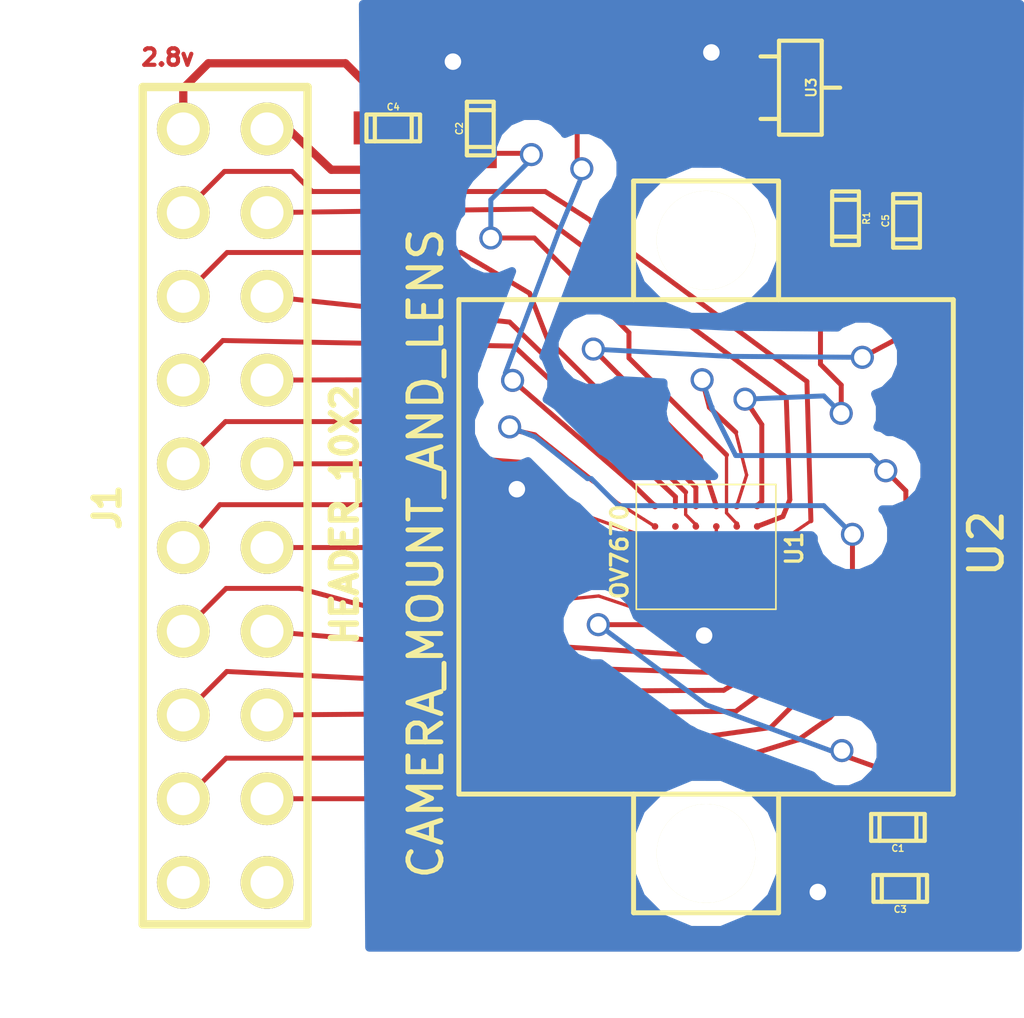
<source format=kicad_pcb>
(kicad_pcb (version 3) (host pcbnew "(2013-08-24 BZR 4298)-stable")

  (general
    (links 34)
    (no_connects 0)
    (area 0 0 0 0)
    (thickness 1.6)
    (drawings 1)
    (tracks 248)
    (zones 0)
    (modules 10)
    (nets 23)
  )

  (page A)
  (layers
    (15 F.Cu signal)
    (0 B.Cu signal)
    (16 B.Adhes user)
    (17 F.Adhes user)
    (18 B.Paste user)
    (19 F.Paste user)
    (20 B.SilkS user)
    (21 F.SilkS user)
    (22 B.Mask user)
    (23 F.Mask user)
    (24 Dwgs.User user)
    (25 Cmts.User user)
    (26 Eco1.User user)
    (27 Eco2.User user)
    (28 Edge.Cuts user)
  )

  (setup
    (last_trace_width 0.1)
    (user_trace_width 0.1)
    (user_trace_width 0.15)
    (user_trace_width 0.2)
    (user_trace_width 0.25)
    (user_trace_width 0.3)
    (user_trace_width 0.4)
    (user_trace_width 0.5)
    (user_trace_width 0.6)
    (user_trace_width 0.7)
    (user_trace_width 0.8)
    (user_trace_width 0.9)
    (user_trace_width 1)
    (trace_clearance 0.05)
    (zone_clearance 0.7)
    (zone_45_only no)
    (trace_min 0.1)
    (segment_width 0.2)
    (edge_width 0.1)
    (via_size 0.7)
    (via_drill 0.5)
    (via_min_size 0.7)
    (via_min_drill 0.5)
    (uvia_size 0.5)
    (uvia_drill 0.127)
    (uvias_allowed no)
    (uvia_min_size 0.5)
    (uvia_min_drill 0.127)
    (pcb_text_width 0.3)
    (pcb_text_size 1.5 1.5)
    (mod_edge_width 0.15)
    (mod_text_size 1 1)
    (mod_text_width 0.15)
    (pad_size 0.2 0.2)
    (pad_drill 0)
    (pad_to_mask_clearance 0)
    (aux_axis_origin 0 0)
    (visible_elements 7FFFFFFF)
    (pcbplotparams
      (layerselection 3178497)
      (usegerberextensions true)
      (excludeedgelayer true)
      (linewidth 0.150000)
      (plotframeref false)
      (viasonmask false)
      (mode 1)
      (useauxorigin false)
      (hpglpennumber 1)
      (hpglpenspeed 20)
      (hpglpendiameter 15)
      (hpglpenoverlay 2)
      (psnegative false)
      (psa4output false)
      (plotreference true)
      (plotvalue true)
      (plotothertext true)
      (plotinvisibletext false)
      (padsonsilk false)
      (subtractmaskfromsilk false)
      (outputformat 1)
      (mirror false)
      (drillshape 0)
      (scaleselection 1)
      (outputdirectory ""))
  )

  (net 0 "")
  (net 1 +1.8v)
  (net 2 +2.8v)
  (net 3 AVDD)
  (net 4 D0)
  (net 5 D1)
  (net 6 D2)
  (net 7 D3)
  (net 8 D4)
  (net 9 D5)
  (net 10 D6)
  (net 11 D7)
  (net 12 GND)
  (net 13 HREF)
  (net 14 N-0000015)
  (net 15 N-000007)
  (net 16 PCLK)
  (net 17 PWDN)
  (net 18 RESET)
  (net 19 SIO_C)
  (net 20 SIO_D)
  (net 21 VSYNC)
  (net 22 XCLK)

  (net_class Default "This is the default net class."
    (clearance 0.05)
    (trace_width 0.5)
    (via_dia 0.7)
    (via_drill 0.5)
    (uvia_dia 0.5)
    (uvia_drill 0.127)
    (add_net "")
    (add_net +1.8v)
    (add_net +2.8v)
    (add_net AVDD)
    (add_net D0)
    (add_net D1)
    (add_net D2)
    (add_net D3)
    (add_net D4)
    (add_net D5)
    (add_net D6)
    (add_net D7)
    (add_net GND)
    (add_net HREF)
    (add_net N-0000015)
    (add_net N-000007)
    (add_net PCLK)
    (add_net PWDN)
    (add_net RESET)
    (add_net SIO_C)
    (add_net SIO_D)
    (add_net VSYNC)
    (add_net XCLK)
  )

  (module TED_SM0603 (layer F.Cu) (tedit 527731CB) (tstamp 529595DA)
    (at 147.82 120.51 180)
    (descr "SMT capacitor, 0603")
    (path /52959381)
    (fp_text reference C1 (at 0 -0.635 180) (layer F.SilkS)
      (effects (font (size 0.20066 0.20066) (thickness 0.04064)))
    )
    (fp_text value .1uF (at 0 0.635 180) (layer F.SilkS) hide
      (effects (font (size 0.20066 0.20066) (thickness 0.04064)))
    )
    (fp_line (start 0.5588 0.4064) (end 0.5588 -0.4064) (layer F.SilkS) (width 0.127))
    (fp_line (start -0.5588 -0.381) (end -0.5588 0.4064) (layer F.SilkS) (width 0.127))
    (fp_line (start -0.8128 -0.4064) (end 0.8128 -0.4064) (layer F.SilkS) (width 0.127))
    (fp_line (start 0.8128 -0.4064) (end 0.8128 0.4064) (layer F.SilkS) (width 0.127))
    (fp_line (start 0.8128 0.4064) (end -0.8128 0.4064) (layer F.SilkS) (width 0.127))
    (fp_line (start -0.8128 0.4064) (end -0.8128 -0.4064) (layer F.SilkS) (width 0.127))
    (pad 2 smd rect (at 0.75184 0 180) (size 0.89916 1.00076)
      (layers F.Cu F.Paste F.Mask)
      (net 12 GND)
      (clearance 0.1)
    )
    (pad 1 smd rect (at -0.75184 0 180) (size 0.89916 1.00076)
      (layers F.Cu F.Paste F.Mask)
      (net 14 N-0000015)
      (clearance 0.1)
    )
    (model smd/capacitors/c_0603.wrl
      (at (xyz 0 0 0))
      (scale (xyz 1 1 1))
      (rotate (xyz 0 0 0))
    )
  )

  (module TED_SM0603 (layer F.Cu) (tedit 527731CB) (tstamp 529595E6)
    (at 135.15 99.31 90)
    (descr "SMT capacitor, 0603")
    (path /5295936A)
    (fp_text reference C2 (at 0 -0.635 90) (layer F.SilkS)
      (effects (font (size 0.20066 0.20066) (thickness 0.04064)))
    )
    (fp_text value .1uF (at 0 0.635 90) (layer F.SilkS) hide
      (effects (font (size 0.20066 0.20066) (thickness 0.04064)))
    )
    (fp_line (start 0.5588 0.4064) (end 0.5588 -0.4064) (layer F.SilkS) (width 0.127))
    (fp_line (start -0.5588 -0.381) (end -0.5588 0.4064) (layer F.SilkS) (width 0.127))
    (fp_line (start -0.8128 -0.4064) (end 0.8128 -0.4064) (layer F.SilkS) (width 0.127))
    (fp_line (start 0.8128 -0.4064) (end 0.8128 0.4064) (layer F.SilkS) (width 0.127))
    (fp_line (start 0.8128 0.4064) (end -0.8128 0.4064) (layer F.SilkS) (width 0.127))
    (fp_line (start -0.8128 0.4064) (end -0.8128 -0.4064) (layer F.SilkS) (width 0.127))
    (pad 2 smd rect (at 0.75184 0 90) (size 0.89916 1.00076)
      (layers F.Cu F.Paste F.Mask)
      (net 12 GND)
      (clearance 0.1)
    )
    (pad 1 smd rect (at -0.75184 0 90) (size 0.89916 1.00076)
      (layers F.Cu F.Paste F.Mask)
      (net 15 N-000007)
      (clearance 0.1)
    )
    (model smd/capacitors/c_0603.wrl
      (at (xyz 0 0 0))
      (scale (xyz 1 1 1))
      (rotate (xyz 0 0 0))
    )
  )

  (module TED_SM0603 (layer F.Cu) (tedit 527731CB) (tstamp 529595F2)
    (at 147.89 122.36 180)
    (descr "SMT capacitor, 0603")
    (path /529595DF)
    (fp_text reference C3 (at 0 -0.635 180) (layer F.SilkS)
      (effects (font (size 0.20066 0.20066) (thickness 0.04064)))
    )
    (fp_text value 4.7uF (at 0 0.635 180) (layer F.SilkS) hide
      (effects (font (size 0.20066 0.20066) (thickness 0.04064)))
    )
    (fp_line (start 0.5588 0.4064) (end 0.5588 -0.4064) (layer F.SilkS) (width 0.127))
    (fp_line (start -0.5588 -0.381) (end -0.5588 0.4064) (layer F.SilkS) (width 0.127))
    (fp_line (start -0.8128 -0.4064) (end 0.8128 -0.4064) (layer F.SilkS) (width 0.127))
    (fp_line (start 0.8128 -0.4064) (end 0.8128 0.4064) (layer F.SilkS) (width 0.127))
    (fp_line (start 0.8128 0.4064) (end -0.8128 0.4064) (layer F.SilkS) (width 0.127))
    (fp_line (start -0.8128 0.4064) (end -0.8128 -0.4064) (layer F.SilkS) (width 0.127))
    (pad 2 smd rect (at 0.75184 0 180) (size 0.89916 1.00076)
      (layers F.Cu F.Paste F.Mask)
      (net 12 GND)
      (clearance 0.1)
    )
    (pad 1 smd rect (at -0.75184 0 180) (size 0.89916 1.00076)
      (layers F.Cu F.Paste F.Mask)
      (net 1 +1.8v)
      (clearance 0.1)
    )
    (model smd/capacitors/c_0603.wrl
      (at (xyz 0 0 0))
      (scale (xyz 1 1 1))
      (rotate (xyz 0 0 0))
    )
  )

  (module TED_SM0603 (layer F.Cu) (tedit 527731CB) (tstamp 529595FE)
    (at 132.51 99.29)
    (descr "SMT capacitor, 0603")
    (path /529595B4)
    (fp_text reference C4 (at 0 -0.635) (layer F.SilkS)
      (effects (font (size 0.20066 0.20066) (thickness 0.04064)))
    )
    (fp_text value 4.7uF (at 0 0.635) (layer F.SilkS) hide
      (effects (font (size 0.20066 0.20066) (thickness 0.04064)))
    )
    (fp_line (start 0.5588 0.4064) (end 0.5588 -0.4064) (layer F.SilkS) (width 0.127))
    (fp_line (start -0.5588 -0.381) (end -0.5588 0.4064) (layer F.SilkS) (width 0.127))
    (fp_line (start -0.8128 -0.4064) (end 0.8128 -0.4064) (layer F.SilkS) (width 0.127))
    (fp_line (start 0.8128 -0.4064) (end 0.8128 0.4064) (layer F.SilkS) (width 0.127))
    (fp_line (start 0.8128 0.4064) (end -0.8128 0.4064) (layer F.SilkS) (width 0.127))
    (fp_line (start -0.8128 0.4064) (end -0.8128 -0.4064) (layer F.SilkS) (width 0.127))
    (pad 2 smd rect (at 0.75184 0) (size 0.89916 1.00076)
      (layers F.Cu F.Paste F.Mask)
      (net 12 GND)
      (clearance 0.1)
    )
    (pad 1 smd rect (at -0.75184 0) (size 0.89916 1.00076)
      (layers F.Cu F.Paste F.Mask)
      (net 2 +2.8v)
      (clearance 0.1)
    )
    (model smd/capacitors/c_0603.wrl
      (at (xyz 0 0 0))
      (scale (xyz 1 1 1))
      (rotate (xyz 0 0 0))
    )
  )

  (module TED_SM0603 (layer F.Cu) (tedit 527731CB) (tstamp 5295960A)
    (at 148.08 102.11 90)
    (descr "SMT capacitor, 0603")
    (path /529595D2)
    (fp_text reference C5 (at 0 -0.635 90) (layer F.SilkS)
      (effects (font (size 0.20066 0.20066) (thickness 0.04064)))
    )
    (fp_text value 4.7uF (at 0 0.635 90) (layer F.SilkS) hide
      (effects (font (size 0.20066 0.20066) (thickness 0.04064)))
    )
    (fp_line (start 0.5588 0.4064) (end 0.5588 -0.4064) (layer F.SilkS) (width 0.127))
    (fp_line (start -0.5588 -0.381) (end -0.5588 0.4064) (layer F.SilkS) (width 0.127))
    (fp_line (start -0.8128 -0.4064) (end 0.8128 -0.4064) (layer F.SilkS) (width 0.127))
    (fp_line (start 0.8128 -0.4064) (end 0.8128 0.4064) (layer F.SilkS) (width 0.127))
    (fp_line (start 0.8128 0.4064) (end -0.8128 0.4064) (layer F.SilkS) (width 0.127))
    (fp_line (start -0.8128 0.4064) (end -0.8128 -0.4064) (layer F.SilkS) (width 0.127))
    (pad 2 smd rect (at 0.75184 0 90) (size 0.89916 1.00076)
      (layers F.Cu F.Paste F.Mask)
      (net 12 GND)
      (clearance 0.1)
    )
    (pad 1 smd rect (at -0.75184 0 90) (size 0.89916 1.00076)
      (layers F.Cu F.Paste F.Mask)
      (net 3 AVDD)
      (clearance 0.1)
    )
    (model smd/capacitors/c_0603.wrl
      (at (xyz 0 0 0))
      (scale (xyz 1 1 1))
      (rotate (xyz 0 0 0))
    )
  )

  (module TED_HEADER_10x2_BOTTOM_SIDE (layer F.Cu) (tedit 528EF672) (tstamp 52959626)
    (at 127.41 110.75 270)
    (path /52956095)
    (fp_text reference J1 (at 0.05 3.575 270) (layer F.SilkS)
      (effects (font (size 0.762 0.762) (thickness 0.1905)))
    )
    (fp_text value HEADER_10X2 (at 0.275 -3.625 270) (layer F.SilkS)
      (effects (font (size 0.762 0.762) (thickness 0.1905)))
    )
    (fp_line (start 12.7 -2.5) (end 12.7 2.5) (layer F.SilkS) (width 0.254))
    (fp_line (start 12.7 -2.5) (end -12.7 -2.5) (layer F.SilkS) (width 0.254))
    (fp_line (start 12.7 2.5) (end -12.7 2.5) (layer F.SilkS) (width 0.254))
    (fp_line (start -12.7 2.5) (end -12.7 -2.5) (layer F.SilkS) (width 0.254))
    (pad 11 thru_hole circle (at 11.43 -1.27 270) (size 1.6 1.6) (drill 1)
      (layers *.Mask F.Cu F.SilkS)
    )
    (pad 10 thru_hole circle (at 11.43 1.27 270) (size 1.6 1.6) (drill 1)
      (layers *.Mask F.Cu F.SilkS)
    )
    (pad 14 thru_hole circle (at 3.81 -1.27 270) (size 1.6 1.6) (drill 1)
      (layers *.Mask F.Cu F.SilkS)
      (net 6 D2)
    )
    (pad 8 thru_hole circle (at 6.35 1.27 270) (size 1.6 1.6) (drill 1)
      (layers *.Mask F.Cu F.SilkS)
      (net 5 D1)
    )
    (pad 9 thru_hole circle (at 8.89 1.27 270) (size 1.6 1.6) (drill 1)
      (layers *.Mask F.Cu F.SilkS)
      (net 18 RESET)
    )
    (pad 12 thru_hole circle (at 8.89 -1.27 270) (size 1.6 1.6) (drill 1)
      (layers *.Mask F.Cu F.SilkS)
      (net 17 PWDN)
    )
    (pad 13 thru_hole circle (at 6.35 -1.27 270) (size 1.6 1.6) (drill 1)
      (layers *.Mask F.Cu F.SilkS)
      (net 4 D0)
    )
    (pad 15 thru_hole circle (at 1.27 -1.27 270) (size 1.6 1.6) (drill 1)
      (layers *.Mask F.Cu F.SilkS)
      (net 8 D4)
    )
    (pad 7 thru_hole circle (at 3.81 1.27 270) (size 1.6 1.6) (drill 1)
      (layers *.Mask F.Cu F.SilkS)
      (net 7 D3)
    )
    (pad 6 thru_hole circle (at 1.27 1.27 270) (size 1.6 1.6) (drill 1)
      (layers *.Mask F.Cu F.SilkS)
      (net 9 D5)
    )
    (pad 5 thru_hole circle (at -1.27 1.27 270) (size 1.6 1.6) (drill 1)
      (layers *.Mask F.Cu F.SilkS)
      (net 11 D7)
    )
    (pad 1 thru_hole circle (at -11.43 1.27 270) (size 1.6 1.6) (drill 1)
      (layers *.Mask F.Cu F.SilkS)
      (net 2 +2.8v)
    )
    (pad 2 thru_hole circle (at -8.89 1.27 270) (size 1.6 1.6) (drill 1)
      (layers *.Mask F.Cu F.SilkS)
      (net 19 SIO_C)
    )
    (pad 3 thru_hole circle (at -6.35 1.27 270) (size 1.6 1.6) (drill 1)
      (layers *.Mask F.Cu F.SilkS)
      (net 21 VSYNC)
    )
    (pad 4 thru_hole circle (at -3.81 1.27 270) (size 1.6 1.6) (drill 1)
      (layers *.Mask F.Cu F.SilkS)
      (net 16 PCLK)
    )
    (pad 16 thru_hole circle (at -1.27 -1.27 270) (size 1.6 1.6) (drill 1)
      (layers *.Mask F.Cu F.SilkS)
      (net 10 D6)
    )
    (pad 17 thru_hole circle (at -3.81 -1.27 270) (size 1.6 1.6) (drill 1)
      (layers *.Mask F.Cu F.SilkS)
      (net 22 XCLK)
    )
    (pad 18 thru_hole circle (at -6.35 -1.27 270) (size 1.6 1.6) (drill 1)
      (layers *.Mask F.Cu F.SilkS)
      (net 13 HREF)
    )
    (pad 19 thru_hole circle (at -8.89 -1.27 270) (size 1.6 1.6) (drill 1)
      (layers *.Mask F.Cu F.SilkS)
      (net 20 SIO_D)
    )
    (pad 20 thru_hole circle (at -11.43 -1.27 270) (size 1.6 1.6) (drill 1)
      (layers *.Mask F.Cu F.SilkS)
      (net 12 GND)
    )
  )

  (module TED_SM0603 (layer F.Cu) (tedit 527731CB) (tstamp 52959632)
    (at 146.23 102.03 270)
    (descr "SMT capacitor, 0603")
    (path /529595EE)
    (fp_text reference R1 (at 0 -0.635 270) (layer F.SilkS)
      (effects (font (size 0.20066 0.20066) (thickness 0.04064)))
    )
    (fp_text value 10 (at 0 0.635 270) (layer F.SilkS) hide
      (effects (font (size 0.20066 0.20066) (thickness 0.04064)))
    )
    (fp_line (start 0.5588 0.4064) (end 0.5588 -0.4064) (layer F.SilkS) (width 0.127))
    (fp_line (start -0.5588 -0.381) (end -0.5588 0.4064) (layer F.SilkS) (width 0.127))
    (fp_line (start -0.8128 -0.4064) (end 0.8128 -0.4064) (layer F.SilkS) (width 0.127))
    (fp_line (start 0.8128 -0.4064) (end 0.8128 0.4064) (layer F.SilkS) (width 0.127))
    (fp_line (start 0.8128 0.4064) (end -0.8128 0.4064) (layer F.SilkS) (width 0.127))
    (fp_line (start -0.8128 0.4064) (end -0.8128 -0.4064) (layer F.SilkS) (width 0.127))
    (pad 2 smd rect (at 0.75184 0 270) (size 0.89916 1.00076)
      (layers F.Cu F.Paste F.Mask)
      (net 3 AVDD)
      (clearance 0.1)
    )
    (pad 1 smd rect (at -0.75184 0 270) (size 0.89916 1.00076)
      (layers F.Cu F.Paste F.Mask)
      (net 2 +2.8v)
      (clearance 0.1)
    )
    (model smd/capacitors/c_0603.wrl
      (at (xyz 0 0 0))
      (scale (xyz 1 1 1))
      (rotate (xyz 0 0 0))
    )
  )

  (module TED_CAMERA_M12x0.5_mount (layer F.Cu) (tedit 52959A2D) (tstamp 52959ABA)
    (at 142 112 270)
    (path /52959B02)
    (fp_text reference U2 (at -0.1 -8.5 270) (layer F.SilkS)
      (effects (font (size 1 1) (thickness 0.15)))
    )
    (fp_text value CAMERA_MOUNT_AND_LENS (at 0.2 8.5 270) (layer F.SilkS)
      (effects (font (size 1 1) (thickness 0.15)))
    )
    (fp_line (start -7.5 -2.2) (end -11.1 -2.2) (layer F.SilkS) (width 0.15))
    (fp_line (start -11.1 -2.2) (end -11.1 2.2) (layer F.SilkS) (width 0.15))
    (fp_line (start -11.1 2.2) (end -7.5 2.2) (layer F.SilkS) (width 0.15))
    (fp_line (start 7.5 -2.2) (end 11.1 -2.2) (layer F.SilkS) (width 0.15))
    (fp_line (start 11.1 -2.2) (end 11.1 2.2) (layer F.SilkS) (width 0.15))
    (fp_line (start 11.1 2.2) (end 7.5 2.2) (layer F.SilkS) (width 0.15))
    (fp_line (start -7.5 -7.5) (end -7.5 7.5) (layer F.SilkS) (width 0.15))
    (fp_line (start -7.5 7.5) (end 7.5 7.5) (layer F.SilkS) (width 0.15))
    (fp_line (start 7.5 7.5) (end 7.5 -7.5) (layer F.SilkS) (width 0.15))
    (fp_line (start 7.5 -7.5) (end -7.5 -7.5) (layer F.SilkS) (width 0.15))
    (pad "" np_thru_hole circle (at 9.3 0 270) (size 3 3) (drill 3)
      (layers *.Cu *.Mask F.SilkS)
    )
    (pad "" np_thru_hole circle (at -9.3 0 270) (size 3 3) (drill 3)
      (layers *.Cu *.Mask F.SilkS)
    )
  )

  (module TED_SC59 (layer F.Cu) (tedit 52981019) (tstamp 52983C4E)
    (at 144.86 98.07 270)
    (descr SC70)
    (path /52980CF3)
    (attr smd)
    (fp_text reference U3 (at 0 -0.3302 270) (layer F.SilkS)
      (effects (font (size 0.29972 0.29972) (thickness 0.06096)))
    )
    (fp_text value REGULATOR_1.8V (at 0 0.3302 270) (layer F.SilkS) hide
      (effects (font (size 0.29972 0.29972) (thickness 0.06096)))
    )
    (fp_line (start 0 -0.6477) (end 0 -1.2065) (layer F.SilkS) (width 0.127))
    (fp_line (start 0.9477 0.6477) (end 0.9477 1.2065) (layer F.SilkS) (width 0.127))
    (fp_line (start -0.9477 0.6477) (end -0.9477 1.2065) (layer F.SilkS) (width 0.127))
    (fp_line (start -1.425 -0.6477) (end 1.425 -0.6477) (layer F.SilkS) (width 0.127))
    (fp_line (start 1.425 -0.6477) (end 1.425 0.6477) (layer F.SilkS) (width 0.127))
    (fp_line (start 1.425 0.6477) (end -1.425 0.6477) (layer F.SilkS) (width 0.127))
    (fp_line (start -1.425 0.6477) (end -1.425 -0.6477) (layer F.SilkS) (width 0.127))
    (pad 1 smd rect (at -0.95 1.016 270) (size 0.4 0.6125)
      (layers F.Cu F.Paste F.Mask)
      (net 12 GND)
    )
    (pad 3 smd rect (at 0.95 1.016 270) (size 0.4 0.6125)
      (layers F.Cu F.Paste F.Mask)
      (net 2 +2.8v)
    )
    (pad 2 smd rect (at 0 -1.016 270) (size 0.4 0.6125)
      (layers F.Cu F.Paste F.Mask)
      (net 1 +1.8v)
    )
    (model smd/smd_transistors/sc70.wrl
      (at (xyz 0 0 0))
      (scale (xyz 1 1 1))
      (rotate (xyz 0 0 0))
    )
  )

  (module TED_CSP2-24 (layer F.Cu) (tedit 52AD3326) (tstamp 5295965E)
    (at 142 112 270)
    (path /52958E0C)
    (fp_text reference U1 (at 0.05 -2.675 270) (layer F.SilkS)
      (effects (font (size 0.50038 0.50038) (thickness 0.09906)))
    )
    (fp_text value OV7670 (at 0.15 2.625 270) (layer F.SilkS)
      (effects (font (size 0.50038 0.50038) (thickness 0.09906)))
    )
    (fp_line (start -1.8925 -2.1175) (end 1.8925 -2.1175) (layer F.SilkS) (width 0.0508))
    (fp_line (start 1.8925 -2.1175) (end 1.8925 2.1175) (layer F.SilkS) (width 0.0508))
    (fp_line (start 1.8925 2.1175) (end -1.8925 2.1175) (layer F.SilkS) (width 0.0508))
    (fp_line (start -1.8925 2.1175) (end -1.8925 -2.1175) (layer F.SilkS) (width 0.0508))
    (pad E4 smd circle (at 0.62 0.93 270) (size 0.2 0.2)
      (layers F.Cu F.Paste F.Mask)
      (net 11 D7)
      (clearance 0.05)
    )
    (pad E5 smd circle (at 1.24 0.93 270) (size 0.2 0.2)
      (layers F.Cu F.Paste F.Mask)
      (net 9 D5)
      (clearance 0.05)
    )
    (pad F5 smd circle (at 1.24 1.55 270) (size 0.2 0.2)
      (layers F.Cu F.Paste F.Mask)
      (net 8 D4)
      (clearance 0.05)
    )
    (pad F4 smd circle (at 0.62 1.55 270) (size 0.2 0.2)
      (layers F.Cu F.Paste F.Mask)
      (net 10 D6)
      (clearance 0.05)
    )
    (pad E2 smd circle (at -0.62 0.93 270) (size 0.2 0.2)
      (layers F.Cu F.Paste F.Mask)
      (clearance 0.05)
    )
    (pad E1 smd circle (at -1.24 0.93 270) (size 0.2 0.2)
      (layers F.Cu F.Paste F.Mask)
      (net 16 PCLK)
      (clearance 0.05)
    )
    (pad F1 smd circle (at -1.24 1.55 270) (size 0.2 0.2)
      (layers F.Cu F.Paste F.Mask)
      (net 2 +2.8v)
      (clearance 0.05)
    )
    (pad F2 smd circle (at -0.62 1.55 270) (size 0.2 0.2)
      (layers F.Cu F.Paste F.Mask)
      (net 18 RESET)
      (clearance 0.05)
    )
    (pad B4 smd circle (at 0.62 -0.93 270) (size 0.2 0.2)
      (layers F.Cu F.Paste F.Mask)
      (net 4 D0)
      (clearance 0.05)
    )
    (pad B5 smd circle (at 1.24 -0.93 270) (size 0.2 0.2)
      (layers F.Cu F.Paste F.Mask)
      (net 6 D2)
      (clearance 0.05)
    )
    (pad B2 smd circle (at -0.62 -0.93 270) (size 0.2 0.2)
      (layers F.Cu F.Paste F.Mask)
      (net 15 N-000007)
      (clearance 0.05)
    )
    (pad B1 smd circle (at -1.24 -0.93 270) (size 0.2 0.2)
      (layers F.Cu F.Paste F.Mask)
      (net 17 PWDN)
      (clearance 0.05)
    )
    (pad A5 smd circle (at 1.24 -1.55 270) (size 0.2 0.2)
      (layers F.Cu F.Paste F.Mask)
      (net 7 D3)
      (clearance 0.05)
    )
    (pad A4 smd circle (at 0.62 -1.55 270) (size 0.2 0.2)
      (layers F.Cu F.Paste F.Mask)
      (net 5 D1)
      (clearance 0.05)
    )
    (pad A1 smd circle (at -1.24 -1.55 270) (size 0.2 0.2)
      (layers F.Cu F.Paste F.Mask)
      (net 3 AVDD)
      (clearance 0.05)
    )
    (pad A2 smd circle (at -0.62 -1.55 270) (size 0.2 0.2)
      (layers F.Cu F.Paste F.Mask)
      (net 20 SIO_D)
      (clearance 0.05)
    )
    (pad A3 smd circle (at 0 -1.55 270) (size 0.2 0.2)
      (layers F.Cu F.Paste F.Mask)
      (net 19 SIO_C)
      (clearance 0.05)
    )
    (pad B3 smd circle (at 0 -0.93 270) (size 0.2 0.2)
      (layers F.Cu F.Paste F.Mask)
      (net 12 GND)
      (clearance 0.05)
    )
    (pad E3 smd circle (at 0 0.93 270) (size 0.2 0.2)
      (layers F.Cu F.Paste F.Mask)
      (net 22 XCLK)
      (clearance 0.05)
    )
    (pad F3 smd circle (at 0 1.55 270) (size 0.2 0.2)
      (layers F.Cu F.Paste F.Mask)
      (net 12 GND)
      (clearance 0.05)
    )
    (pad C1 smd circle (at -1.24 -0.31 270) (size 0.2 0.2)
      (layers F.Cu F.Paste F.Mask)
      (net 1 +1.8v)
      (clearance 0.05)
    )
    (pad D1 smd circle (at -1.24 0.31 270) (size 0.2 0.2)
      (layers F.Cu F.Paste F.Mask)
      (net 21 VSYNC)
      (clearance 0.05)
    )
    (pad C2 smd circle (at -0.62 -0.31 270) (size 0.2 0.2)
      (layers F.Cu F.Paste F.Mask)
      (net 14 N-0000015)
      (clearance 0.05)
    )
    (pad D2 smd circle (at -0.62 0.31 270) (size 0.2 0.2)
      (layers F.Cu F.Paste F.Mask)
      (net 13 HREF)
      (clearance 0.05)
    )
  )

  (gr_text 2.8v (at 125.67 97.15) (layer F.Cu)
    (effects (font (size 0.5 0.5) (thickness 0.125)))
  )

  (segment (start 148.64184 122.36) (end 148.63 122.34) (width 0.15) (layer F.Cu) (net 1) (status 10))
  (segment (start 149.5 121.47) (end 149.5 104.78) (width 0.15) (layer F.Cu) (net 1) (tstamp 52AD42F3))
  (segment (start 148.63 122.34) (end 149.5 121.47) (width 0.15) (layer F.Cu) (net 1) (tstamp 52AD42F1))
  (segment (start 145.876 98.07) (end 147.34 98.07) (width 0.15) (layer F.Cu) (net 1))
  (segment (start 141.82 109.26) (end 142.31 110.76) (width 0.15) (layer F.Cu) (net 1) (tstamp 52AD429B))
  (segment (start 138.58 106) (end 141.82 109.26) (width 0.15) (layer F.Cu) (net 1) (tstamp 52AD429A))
  (via (at 138.58 106) (size 0.7) (layers F.Cu B.Cu) (net 1))
  (segment (start 142.67 106.22) (end 138.58 106) (width 0.15) (layer B.Cu) (net 1) (tstamp 52AD4297))
  (segment (start 146.74 106.25) (end 142.67 106.22) (width 0.15) (layer B.Cu) (net 1) (tstamp 52AD4296))
  (via (at 146.74 106.25) (size 0.7) (layers F.Cu B.Cu) (net 1))
  (segment (start 149.5 104.78) (end 146.74 106.25) (width 0.15) (layer F.Cu) (net 1) (tstamp 52AD4293))
  (segment (start 149.65 100.38) (end 149.5 104.78) (width 0.15) (layer F.Cu) (net 1) (tstamp 52AD4291))
  (segment (start 147.34 98.07) (end 149.65 100.38) (width 0.15) (layer F.Cu) (net 1) (tstamp 52AD428F))
  (segment (start 140.45 110.76) (end 139.74 110.07) (width 0.15) (layer F.Cu) (net 2) (status 400000))
  (segment (start 138.089214 100.389214) (end 138.089214 96.928316) (width 0.15) (layer F.Cu) (net 2) (tstamp 52AD43B9))
  (segment (start 138.23 100.53) (end 138.089214 100.389214) (width 0.15) (layer F.Cu) (net 2) (tstamp 52AD43B8))
  (via (at 138.23 100.53) (size 0.7) (layers F.Cu B.Cu) (net 2))
  (segment (start 138.23 100.76) (end 138.23 100.53) (width 0.15) (layer B.Cu) (net 2) (tstamp 52AD43B6))
  (segment (start 137.52 102.46) (end 138.23 100.76) (width 0.15) (layer B.Cu) (net 2) (tstamp 52AD43B4))
  (segment (start 135.91 106.73) (end 137.52 102.46) (width 0.15) (layer B.Cu) (net 2) (tstamp 52AD43B3))
  (segment (start 136.13 106.95) (end 135.91 106.73) (width 0.15) (layer B.Cu) (net 2) (tstamp 52AD43B2))
  (via (at 136.13 106.95) (size 0.7) (layers F.Cu B.Cu) (net 2))
  (segment (start 139.74 110.07) (end 136.13 106.95) (width 0.15) (layer F.Cu) (net 2) (tstamp 52AD43B0))
  (segment (start 143.844 99.02) (end 143.97184 99.02) (width 0.15) (layer F.Cu) (net 2))
  (segment (start 143.97184 99.02) (end 146.23 101.27816) (width 0.15) (layer F.Cu) (net 2) (tstamp 52AD4282))
  (segment (start 131.75816 99.29) (end 131.75816 97.34184) (width 0.25) (layer F.Cu) (net 2))
  (segment (start 140.03 97.99) (end 143.844 99.02) (width 0.25) (layer F.Cu) (net 2) (tstamp 52AD3CAE) (status 20))
  (segment (start 135.95 96.43) (end 137.16 96.42) (width 0.25) (layer F.Cu) (net 2) (tstamp 52AD3CAC))
  (segment (start 137.16 96.42) (end 138.089214 96.928316) (width 0.25) (layer F.Cu) (net 2) (tstamp 52AD40E5))
  (segment (start 138.089214 96.928316) (end 140.03 97.99) (width 0.25) (layer F.Cu) (net 2) (tstamp 52AD43BB))
  (segment (start 132.7 96.37) (end 135.95 96.43) (width 0.25) (layer F.Cu) (net 2) (tstamp 52AD3CAA))
  (segment (start 131.75816 97.34184) (end 132.7 96.37) (width 0.25) (layer F.Cu) (net 2) (tstamp 52AD3CA9))
  (segment (start 126.14 99.32) (end 126.14 98.09) (width 0.25) (layer F.Cu) (net 2))
  (segment (start 131.75816 98.02816) (end 131.75816 99.29) (width 0.25) (layer F.Cu) (net 2) (tstamp 52AD3C9B))
  (segment (start 131.06 97.33) (end 131.75816 98.02816) (width 0.25) (layer F.Cu) (net 2) (tstamp 52AD3C9A))
  (segment (start 126.9 97.33) (end 131.06 97.33) (width 0.25) (layer F.Cu) (net 2) (tstamp 52AD3C99))
  (segment (start 126.14 98.09) (end 126.9 97.33) (width 0.25) (layer F.Cu) (net 2) (tstamp 52AD3C98))
  (segment (start 146.23 102.78184) (end 146.23 104.04) (width 0.15) (layer F.Cu) (net 3))
  (segment (start 143.69 110.62) (end 143.55 110.76) (width 0.15) (layer F.Cu) (net 3) (tstamp 52AD42EC))
  (segment (start 143.69 108.29) (end 143.69 110.62) (width 0.15) (layer F.Cu) (net 3) (tstamp 52AD42EB))
  (segment (start 143.18 107.52) (end 143.69 108.29) (width 0.15) (layer F.Cu) (net 3) (tstamp 52AD42EA))
  (via (at 143.18 107.52) (size 0.7) (layers F.Cu B.Cu) (net 3))
  (segment (start 145.57 107.42) (end 143.18 107.52) (width 0.15) (layer B.Cu) (net 3) (tstamp 52AD42E8))
  (segment (start 146.1 107.95) (end 145.57 107.42) (width 0.15) (layer B.Cu) (net 3) (tstamp 52AD42E7))
  (via (at 146.1 107.95) (size 0.7) (layers F.Cu B.Cu) (net 3))
  (segment (start 146.1 107.09) (end 146.1 107.95) (width 0.15) (layer F.Cu) (net 3) (tstamp 52AD42E4))
  (segment (start 145.47 106.46) (end 146.1 107.09) (width 0.15) (layer F.Cu) (net 3) (tstamp 52AD42E2))
  (segment (start 145.47 104.8) (end 145.47 106.46) (width 0.15) (layer F.Cu) (net 3) (tstamp 52AD42E0))
  (segment (start 146.23 104.04) (end 145.47 104.8) (width 0.15) (layer F.Cu) (net 3) (tstamp 52AD42DE))
  (segment (start 146.23 102.78184) (end 148 102.78184) (width 0.15) (layer F.Cu) (net 3))
  (segment (start 148 102.78184) (end 148.08 102.86184) (width 0.15) (layer F.Cu) (net 3) (tstamp 52AD4284))
  (segment (start 145.01065 115.433753) (end 145.165633 114.340799) (width 0.15) (layer F.Cu) (net 4))
  (segment (start 142.899537 116.990083) (end 145.01065 115.433753) (width 0.15) (layer F.Cu) (net 4) (tstamp 52AD4173))
  (segment (start 128.68 117.1) (end 142.899537 116.990083) (width 0.15) (layer F.Cu) (net 4))
  (segment (start 143.25 112.3) (end 142.93 112.62) (width 0.1) (layer F.Cu) (net 4) (tstamp 52AD419A))
  (segment (start 144.51 112.3) (end 143.25 112.3) (width 0.1) (layer F.Cu) (net 4) (tstamp 52AD4199))
  (segment (start 144.95 112.74) (end 144.51 112.3) (width 0.1) (layer F.Cu) (net 4) (tstamp 52AD4198))
  (segment (start 145.28 113.46) (end 144.95 112.74) (width 0.15) (layer F.Cu) (net 4) (tstamp 52AD4196))
  (segment (start 145.165633 114.340799) (end 145.28 113.46) (width 0.15) (layer F.Cu) (net 4) (tstamp 52AD4195))
  (segment (start 144.47612 115.157666) (end 144.49612 115.157666) (width 0.15) (layer F.Cu) (net 5))
  (segment (start 144.47612 115.157666) (end 142.533683 116.35088) (width 0.15) (layer F.Cu) (net 5) (tstamp 52AD417F))
  (segment (start 142.533683 116.35088) (end 139.160056 116.369888) (width 0.15) (layer F.Cu) (net 5) (tstamp 52AD4351))
  (segment (start 139.160056 116.369888) (end 127.46 115.78) (width 0.15) (layer F.Cu) (net 5) (tstamp 52AD4180))
  (segment (start 126.14 117.1) (end 127.46 115.78) (width 0.15) (layer F.Cu) (net 5) (tstamp 52AD4182))
  (segment (start 143.97 112.84) (end 143.55 112.62) (width 0.1) (layer F.Cu) (net 5) (tstamp 52AD4193) (status 800000))
  (segment (start 144.32 113.15) (end 143.97 112.84) (width 0.1) (layer F.Cu) (net 5) (tstamp 52AD4192))
  (segment (start 144.67 114) (end 144.32 113.15) (width 0.15) (layer F.Cu) (net 5) (tstamp 52AD4191))
  (segment (start 144.49612 115.157666) (end 144.67 114) (width 0.15) (layer F.Cu) (net 5) (tstamp 52AD4190))
  (segment (start 142.93 113.24) (end 143.99 114.39) (width 0.1) (layer F.Cu) (net 6))
  (segment (start 133.310929 114.959218) (end 128.68 114.56) (width 0.15) (layer F.Cu) (net 6) (tstamp 52AD41A1))
  (segment (start 136.169065 115.617481) (end 133.310929 114.959218) (width 0.15) (layer F.Cu) (net 6) (tstamp 52AD419F))
  (segment (start 142.321964 115.814009) (end 136.169065 115.617481) (width 0.15) (layer F.Cu) (net 6) (tstamp 52AD419D))
  (segment (start 143.99 114.39) (end 142.321964 115.814009) (width 0.1) (layer F.Cu) (net 6) (tstamp 52AD419C))
  (segment (start 143.55 113.24) (end 143.53 113.24) (width 0.15) (layer F.Cu) (net 7))
  (segment (start 127.44 113.26) (end 126.14 114.56) (width 0.15) (layer F.Cu) (net 7) (tstamp 52AD41BA))
  (segment (start 129.67 113.26) (end 127.44 113.26) (width 0.15) (layer F.Cu) (net 7) (tstamp 52AD41B8))
  (segment (start 132.969009 114.148625) (end 129.67 113.26) (width 0.15) (layer F.Cu) (net 7) (tstamp 52AD41B6))
  (segment (start 136.498925 114.958285) (end 132.969009 114.148625) (width 0.15) (layer F.Cu) (net 7) (tstamp 52AD41B5))
  (segment (start 142.116445 115.316312) (end 136.498925 114.958285) (width 0.15) (layer F.Cu) (net 7) (tstamp 52AD41B4))
  (segment (start 143.276291 114.482666) (end 142.116445 115.316312) (width 0.1) (layer F.Cu) (net 7) (tstamp 52AD41B3))
  (segment (start 142.529964 112.924086) (end 142.457978 113.5529) (width 0.1) (layer F.Cu) (net 7) (tstamp 52AD41B1))
  (segment (start 142.457978 113.5529) (end 143.276291 114.482666) (width 0.1) (layer F.Cu) (net 7) (tstamp 52AD4377))
  (segment (start 143.21 112.92) (end 142.529964 112.924086) (width 0.1) (layer F.Cu) (net 7) (tstamp 52AD41B0))
  (segment (start 143.53 113.24) (end 143.21 112.92) (width 0.1) (layer F.Cu) (net 7) (tstamp 52AD41AF))
  (segment (start 140.45 113.24) (end 139.72 113.82) (width 0.1) (layer F.Cu) (net 8))
  (segment (start 134.63 113.92) (end 131.68 112.02) (width 0.15) (layer F.Cu) (net 8) (tstamp 52AD416E))
  (segment (start 131.68 112.02) (end 128.68 112.02) (width 0.15) (layer F.Cu) (net 8) (tstamp 52AD4170))
  (segment (start 136.84 114.24) (end 134.63 113.92) (width 0.15) (layer F.Cu) (net 8) (tstamp 52AD44BE))
  (segment (start 137.53 113.616594) (end 136.84 114.24) (width 0.15) (layer F.Cu) (net 8) (tstamp 52AD44BB))
  (segment (start 138.74 113.49) (end 137.53 113.616594) (width 0.1) (layer F.Cu) (net 8) (tstamp 52AD4499))
  (segment (start 139.72 113.82) (end 138.74 113.49) (width 0.1) (layer F.Cu) (net 8) (tstamp 52AD449C))
  (segment (start 141.07 113.24) (end 140.51 112.94) (width 0.1) (layer F.Cu) (net 9) (status 400000))
  (segment (start 127.25 110.72) (end 126.14 112.02) (width 0.15) (layer F.Cu) (net 9) (tstamp 52AD4166))
  (segment (start 132.6 110.72) (end 127.25 110.72) (width 0.15) (layer F.Cu) (net 9) (tstamp 52AD4164))
  (segment (start 135.04 113.29) (end 132.6 110.72) (width 0.15) (layer F.Cu) (net 9) (tstamp 52AD4162))
  (segment (start 140.51 112.94) (end 139.65 112.94) (width 0.1) (layer F.Cu) (net 9) (tstamp 52AD4161))
  (segment (start 139.65 112.94) (end 135.04 113.29) (width 0.1) (layer F.Cu) (net 9) (tstamp 52AD45A5))
  (segment (start 128.68 109.48) (end 132.45 109.48) (width 0.15) (layer F.Cu) (net 10))
  (segment (start 132.45 109.48) (end 135.75 112.6) (width 0.15) (layer F.Cu) (net 10) (tstamp 52AD4137))
  (segment (start 135.75 112.6) (end 140.45 112.62) (width 0.1) (layer F.Cu) (net 10) (tstamp 52AD4139) (status 800000))
  (segment (start 141.07 112.62) (end 141.05 112.62) (width 0.15) (layer F.Cu) (net 11))
  (segment (start 141.05 112.62) (end 140.47 112.31) (width 0.1) (layer F.Cu) (net 11) (tstamp 52AD412E))
  (segment (start 140.47 112.31) (end 139.67 112.31) (width 0.1) (layer F.Cu) (net 11) (tstamp 52AD412F))
  (segment (start 139.67 112.31) (end 136.56 111.99) (width 0.1) (layer F.Cu) (net 11) (tstamp 52AD458A))
  (segment (start 136.56 111.99) (end 132.79 108.2) (width 0.15) (layer F.Cu) (net 11) (tstamp 52AD4130))
  (segment (start 132.79 108.2) (end 127.42 108.2) (width 0.15) (layer F.Cu) (net 11) (tstamp 52AD4132))
  (segment (start 127.42 108.2) (end 126.14 109.48) (width 0.15) (layer F.Cu) (net 11) (tstamp 52AD4134))
  (segment (start 142.93 112) (end 142.88 112) (width 0.15) (layer F.Cu) (net 12))
  (via (at 141.94 114.69) (size 0.7) (layers F.Cu B.Cu) (net 12))
  (segment (start 141.94 112.94) (end 141.94 114.69) (width 0.1) (layer F.Cu) (net 12) (tstamp 52AD438E))
  (segment (start 142.88 112) (end 141.94 112.94) (width 0.1) (layer F.Cu) (net 12) (tstamp 52AD438D))
  (segment (start 147.13816 122.36) (end 145.5 122.36) (width 0.15) (layer F.Cu) (net 12))
  (via (at 145.39 122.47) (size 0.7) (layers F.Cu B.Cu) (net 12))
  (segment (start 145.5 122.36) (end 145.39 122.47) (width 0.15) (layer F.Cu) (net 12) (tstamp 52AD4330))
  (segment (start 147.13816 122.36) (end 147.14816 120.59) (width 0.15) (layer F.Cu) (net 12) (status 10))
  (segment (start 147.14816 120.59) (end 147.06816 120.51) (width 0.15) (layer F.Cu) (net 12) (tstamp 52AD42EF) (status 30))
  (segment (start 148.08 101.35816) (end 148.08 100.89) (width 0.15) (layer F.Cu) (net 12))
  (segment (start 144.55 97.826) (end 143.844 97.12) (width 0.15) (layer F.Cu) (net 12) (tstamp 52AD428D))
  (segment (start 144.55 98.3) (end 144.55 97.826) (width 0.15) (layer F.Cu) (net 12) (tstamp 52AD428B))
  (segment (start 145.57 99.32) (end 144.55 98.3) (width 0.15) (layer F.Cu) (net 12) (tstamp 52AD4289))
  (segment (start 146.51 99.32) (end 145.57 99.32) (width 0.15) (layer F.Cu) (net 12) (tstamp 52AD4287))
  (segment (start 148.08 100.89) (end 146.51 99.32) (width 0.15) (layer F.Cu) (net 12) (tstamp 52AD4286))
  (segment (start 140.45 112) (end 139.71 111.93) (width 0.1) (layer F.Cu) (net 12) (status 400000))
  (segment (start 139.71 111.93) (end 137.34 111.58) (width 0.1) (layer F.Cu) (net 12) (tstamp 52AD4129))
  (segment (start 137.34 111.58) (end 136.26 110.25) (width 0.1) (layer F.Cu) (net 12) (tstamp 52AD4580))
  (via (at 136.26 110.25) (size 0.7) (layers F.Cu B.Cu) (net 12))
  (segment (start 135.15 98.55816) (end 135.28 98.43) (width 0.2) (layer F.Cu) (net 12) (status 10))
  (segment (start 133.26184 98.18816) (end 133.81 98) (width 0.25) (layer F.Cu) (net 12) (tstamp 52AD3CA3))
  (segment (start 133.81 98) (end 134.32 97.28) (width 0.25) (layer F.Cu) (net 12) (tstamp 52AD3CA4))
  (via (at 134.32 97.28) (size 0.7) (layers F.Cu B.Cu) (net 12))
  (segment (start 133.26184 98.18816) (end 133.26184 99.29) (width 0.25) (layer F.Cu) (net 12))
  (segment (start 135.28 98.43) (end 134.32 97.28) (width 0.2) (layer F.Cu) (net 12) (tstamp 52AD40E1))
  (segment (start 143.844 97.12) (end 142.35 96.81) (width 0.25) (layer F.Cu) (net 12) (status 10))
  (segment (start 142.16 97) (end 142.16 96.98) (width 0.25) (layer B.Cu) (net 12) (tstamp 52AD3CB3))
  (via (at 142.16 97) (size 0.7) (layers F.Cu B.Cu) (net 12))
  (segment (start 142.35 96.81) (end 142.16 97) (width 0.25) (layer F.Cu) (net 12) (tstamp 52AD3CB1))
  (segment (start 128.68 99.32) (end 129.32 99.32) (width 0.25) (layer F.Cu) (net 12))
  (segment (start 133.26184 100.33816) (end 133.26184 99.29) (width 0.25) (layer F.Cu) (net 12) (tstamp 52AD3CA1))
  (segment (start 132.85 100.56) (end 133.26184 100.33816) (width 0.25) (layer F.Cu) (net 12) (tstamp 52AD3CA0))
  (segment (start 130.63 100.56) (end 132.85 100.56) (width 0.25) (layer F.Cu) (net 12) (tstamp 52AD3C9E))
  (segment (start 129.32 99.32) (end 130.63 100.56) (width 0.25) (layer F.Cu) (net 12) (tstamp 52AD3C9D))
  (segment (start 141.69 111.38) (end 141.69 111.33) (width 0.15) (layer F.Cu) (net 13))
  (segment (start 141.69 111.33) (end 141.38 111.02) (width 0.1) (layer F.Cu) (net 13) (tstamp 52AD411C))
  (segment (start 141.38 111.02) (end 141.38 110.34) (width 0.1) (layer F.Cu) (net 13) (tstamp 52AD411D))
  (segment (start 141.38 110.34) (end 136.04 105.18) (width 0.15) (layer F.Cu) (net 13) (tstamp 52AD411E))
  (segment (start 136.04 105.18) (end 128.68 104.4) (width 0.15) (layer F.Cu) (net 13) (tstamp 52AD411F))
  (segment (start 142.31 111.38) (end 142.31 111.76) (width 0.1) (layer F.Cu) (net 14))
  (segment (start 148.57184 119.44184) (end 148.57184 120.51) (width 0.15) (layer F.Cu) (net 14) (tstamp 52AD43A2))
  (segment (start 147.27 118.72) (end 148.57184 119.44184) (width 0.15) (layer F.Cu) (net 14) (tstamp 52AD43A0))
  (segment (start 146.32 118.38) (end 147.27 118.72) (width 0.15) (layer F.Cu) (net 14) (tstamp 52AD439F))
  (segment (start 146.12 118.18) (end 146.32 118.38) (width 0.15) (layer F.Cu) (net 14) (tstamp 52AD439E))
  (via (at 146.12 118.18) (size 0.7) (layers F.Cu B.Cu) (net 14))
  (segment (start 145.77 118.18) (end 146.12 118.18) (width 0.15) (layer B.Cu) (net 14) (tstamp 52AD439C))
  (segment (start 138.73 114.36) (end 142 116.79) (width 0.15) (layer B.Cu) (net 14) (tstamp 52AD439B))
  (segment (start 142 116.79) (end 145.77 118.18) (width 0.15) (layer B.Cu) (net 14) (tstamp 52AD4405))
  (via (at 138.73 114.36) (size 0.7) (layers F.Cu B.Cu) (net 14))
  (segment (start 140.81 114.36) (end 138.73 114.36) (width 0.15) (layer F.Cu) (net 14) (tstamp 52AD4398))
  (segment (start 141.47 113.7) (end 140.81 114.36) (width 0.1) (layer F.Cu) (net 14) (tstamp 52AD4396))
  (segment (start 141.47 112.6) (end 141.47 113.7) (width 0.1) (layer F.Cu) (net 14) (tstamp 52AD4394))
  (segment (start 142.31 111.76) (end 141.47 112.6) (width 0.1) (layer F.Cu) (net 14) (tstamp 52AD4393))
  (segment (start 142.93 111.38) (end 142.93 111.3) (width 0.15) (layer F.Cu) (net 15))
  (segment (start 136.66184 100.06184) (end 135.15 100.06184) (width 0.15) (layer F.Cu) (net 15) (tstamp 52AD43D9))
  (segment (start 136.7 100.1) (end 136.66184 100.06184) (width 0.15) (layer F.Cu) (net 15) (tstamp 52AD43D8))
  (via (at 136.7 100.1) (size 0.7) (layers F.Cu B.Cu) (net 15))
  (segment (start 136.7 100.24) (end 136.7 100.1) (width 0.15) (layer B.Cu) (net 15) (tstamp 52AD43D6))
  (segment (start 135.47 101.47) (end 136.7 100.24) (width 0.15) (layer B.Cu) (net 15) (tstamp 52AD43D5))
  (segment (start 135.47 102.63) (end 135.47 101.47) (width 0.15) (layer B.Cu) (net 15) (tstamp 52AD43D4))
  (via (at 135.47 102.63) (size 0.7) (layers F.Cu B.Cu) (net 15))
  (segment (start 136.79 102.63) (end 135.47 102.63) (width 0.15) (layer F.Cu) (net 15) (tstamp 52AD43D1))
  (segment (start 139.66 105.5) (end 136.79 102.63) (width 0.15) (layer F.Cu) (net 15) (tstamp 52AD43CF))
  (segment (start 139.66 106.27) (end 139.66 105.5) (width 0.15) (layer F.Cu) (net 15) (tstamp 52AD43CD))
  (segment (start 142.62 109.21) (end 139.66 106.27) (width 0.15) (layer F.Cu) (net 15) (tstamp 52AD43CB))
  (segment (start 142.62 110.97) (end 142.62 109.21) (width 0.1) (layer F.Cu) (net 15) (tstamp 52AD43CA))
  (segment (start 142.93 111.3) (end 142.62 110.97) (width 0.1) (layer F.Cu) (net 15) (tstamp 52AD43C9))
  (segment (start 141.07 110.76) (end 141.07 110.48) (width 0.15) (layer F.Cu) (net 16))
  (segment (start 141.07 110.48) (end 136.17 105.91) (width 0.15) (layer F.Cu) (net 16) (tstamp 52AD4110))
  (segment (start 136.17 105.91) (end 127.34 105.74) (width 0.15) (layer F.Cu) (net 16) (tstamp 52AD4111))
  (segment (start 127.34 105.74) (end 126.14 106.94) (width 0.15) (layer F.Cu) (net 16) (tstamp 52AD4113))
  (segment (start 144.8 117.85) (end 145.76 117.18) (width 0.15) (layer F.Cu) (net 17))
  (segment (start 142.9 109.23) (end 142.18 107.8) (width 0.15) (layer B.Cu) (net 17) (tstamp 52AD4429))
  (segment (start 146.99 109.23) (end 142.9 109.23) (width 0.15) (layer B.Cu) (net 17) (tstamp 52AD4428))
  (segment (start 147.45 109.69) (end 146.99 109.23) (width 0.15) (layer B.Cu) (net 17) (tstamp 52AD4427))
  (via (at 147.45 109.69) (size 0.7) (layers F.Cu B.Cu) (net 17))
  (segment (start 148.06 110.3) (end 147.45 109.69) (width 0.15) (layer F.Cu) (net 17) (tstamp 52AD4424))
  (segment (start 148.06 114.41) (end 148.06 110.3) (width 0.15) (layer F.Cu) (net 17) (tstamp 52AD4422))
  (segment (start 145.76 117.18) (end 148.06 114.41) (width 0.15) (layer F.Cu) (net 17) (tstamp 52AD4421))
  (segment (start 128.68 119.64) (end 133.39 119.64) (width 0.15) (layer F.Cu) (net 17))
  (segment (start 142.8 118.47) (end 144.8 117.85) (width 0.15) (layer F.Cu) (net 17) (tstamp 52AD43FA))
  (segment (start 144.8 117.85) (end 144.83 117.85) (width 0.15) (layer F.Cu) (net 17) (tstamp 52AD441F))
  (segment (start 133.39 119.64) (end 142.8 118.47) (width 0.15) (layer F.Cu) (net 17) (tstamp 52AD43F8))
  (segment (start 142.93 110.76) (end 142.93 110.76) (width 0.1) (layer F.Cu) (net 17) (status 800000))
  (segment (start 142.93 110.76) (end 143.23 109.82) (width 0.1) (layer F.Cu) (net 17) (tstamp 52AD452C) (status 400000))
  (segment (start 143.23 109.82) (end 142.9 108.52) (width 0.1) (layer F.Cu) (net 17) (tstamp 52AD4534))
  (segment (start 142.9 108.52) (end 142.1 107.77) (width 0.15) (layer F.Cu) (net 17) (tstamp 52AD42B6))
  (segment (start 142.1 107.77) (end 141.88 106.93) (width 0.15) (layer F.Cu) (net 17) (tstamp 52AD453F))
  (via (at 141.88 106.93) (size 0.7) (layers F.Cu B.Cu) (net 17))
  (segment (start 141.88 106.93) (end 142.18 107.8) (width 0.15) (layer B.Cu) (net 17) (tstamp 52AD42B9))
  (segment (start 142.18 107.8) (end 142.18 107.76) (width 0.15) (layer B.Cu) (net 17) (tstamp 52AD42BA))
  (segment (start 138.52 109.93) (end 138.4 109.93) (width 0.15) (layer B.Cu) (net 18))
  (segment (start 126.21 119.64) (end 127.44 118.41) (width 0.15) (layer F.Cu) (net 18) (tstamp 52AD440C))
  (segment (start 127.44 118.41) (end 132.85 118.41) (width 0.15) (layer F.Cu) (net 18) (tstamp 52AD440D))
  (segment (start 132.85 118.41) (end 138.67 118.22) (width 0.15) (layer F.Cu) (net 18) (tstamp 52AD440F))
  (segment (start 138.67 118.22) (end 143.96 117.48) (width 0.15) (layer F.Cu) (net 18) (tstamp 52AD4410))
  (segment (start 143.96 117.48) (end 146.44 115) (width 0.15) (layer F.Cu) (net 18) (tstamp 52AD4412))
  (segment (start 146.44 115) (end 146.44 111.62) (width 0.15) (layer F.Cu) (net 18) (tstamp 52AD4414))
  (via (at 146.44 111.62) (size 0.7) (layers F.Cu B.Cu) (net 18))
  (segment (start 146.44 111.62) (end 145.57 110.75) (width 0.15) (layer B.Cu) (net 18) (tstamp 52AD4417))
  (segment (start 145.57 110.75) (end 139.34 110.75) (width 0.15) (layer B.Cu) (net 18) (tstamp 52AD4418))
  (segment (start 139.34 110.75) (end 138.52 109.93) (width 0.15) (layer B.Cu) (net 18) (tstamp 52AD441A))
  (segment (start 126.14 119.64) (end 126.21 119.64) (width 0.15) (layer F.Cu) (net 18))
  (segment (start 139.28 110.64) (end 138.58 110.01) (width 0.1) (layer F.Cu) (net 18) (tstamp 52AD442E))
  (segment (start 139.28 110.64) (end 140.45 111.38) (width 0.1) (layer F.Cu) (net 18) (status 800000))
  (segment (start 136.803728 108.600106) (end 138.58 110.01) (width 0.15) (layer F.Cu) (net 18) (tstamp 52AD445B))
  (segment (start 136.13 108.45) (end 136.803728 108.600106) (width 0.15) (layer F.Cu) (net 18) (tstamp 52AD445A))
  (segment (start 136.04 108.36) (end 136.13 108.45) (width 0.15) (layer F.Cu) (net 18) (tstamp 52AD4459))
  (via (at 136.04 108.36) (size 0.7) (layers F.Cu B.Cu) (net 18))
  (segment (start 136.82 108.67) (end 136.04 108.36) (width 0.15) (layer B.Cu) (net 18) (tstamp 52AD4456))
  (segment (start 138.4 109.93) (end 136.82 108.67) (width 0.15) (layer B.Cu) (net 18) (tstamp 52AD4455))
  (segment (start 138.517909 102.15) (end 138.517909 102.11) (width 0.15) (layer F.Cu) (net 19))
  (segment (start 127.39 100.61) (end 126.14 101.86) (width 0.15) (layer F.Cu) (net 19) (tstamp 52AD4242))
  (segment (start 129.44 100.61) (end 127.39 100.61) (width 0.15) (layer F.Cu) (net 19) (tstamp 52AD4240))
  (segment (start 130.05 101.22) (end 129.44 100.61) (width 0.15) (layer F.Cu) (net 19) (tstamp 52AD423F))
  (segment (start 137.12 101.22) (end 130.05 101.22) (width 0.15) (layer F.Cu) (net 19) (tstamp 52AD423D))
  (segment (start 138.517909 102.11) (end 137.12 101.22) (width 0.15) (layer F.Cu) (net 19) (tstamp 52AD423C))
  (segment (start 143.55 112) (end 144.55 111.64) (width 0.1) (layer F.Cu) (net 19) (status 400000))
  (segment (start 145.058427 106.981787) (end 138.517909 102.15) (width 0.15) (layer F.Cu) (net 19) (tstamp 52AD41E9))
  (segment (start 138.517909 102.15) (end 138.507909 102.14) (width 0.15) (layer F.Cu) (net 19) (tstamp 52AD423A))
  (segment (start 145.18 111.21) (end 145.058427 106.981787) (width 0.15) (layer F.Cu) (net 19) (tstamp 52AD41E7))
  (segment (start 144.55 111.64) (end 145.18 111.21) (width 0.1) (layer F.Cu) (net 19) (tstamp 52AD41E6))
  (segment (start 128.68 101.86) (end 136.729359 101.752164) (width 0.15) (layer F.Cu) (net 20))
  (segment (start 144.33 111.08) (end 143.55 111.38) (width 0.15) (layer F.Cu) (net 20) (tstamp 52AD41E4) (status 800000))
  (segment (start 144.54 110.57) (end 144.33 111.08) (width 0.15) (layer F.Cu) (net 20) (tstamp 52AD41E3))
  (segment (start 144.431303 107.459945) (end 144.54 110.57) (width 0.15) (layer F.Cu) (net 20) (tstamp 52AD41E1))
  (segment (start 136.729359 101.752164) (end 144.431303 107.459945) (width 0.15) (layer F.Cu) (net 20) (tstamp 52AD41DF))
  (segment (start 141.69 110.76) (end 141.69 110.2) (width 0.15) (layer F.Cu) (net 21))
  (segment (start 141.69 110.2) (end 137.19 105.7) (width 0.15) (layer F.Cu) (net 21) (tstamp 52AD4116))
  (segment (start 137.19 105.7) (end 136.645393 104.306171) (width 0.15) (layer F.Cu) (net 21) (tstamp 52AD4474))
  (segment (start 136.645393 104.306171) (end 134.56 103.07) (width 0.15) (layer F.Cu) (net 21) (tstamp 52AD4478))
  (segment (start 134.56 103.07) (end 127.47 103.07) (width 0.15) (layer F.Cu) (net 21) (tstamp 52AD4117))
  (segment (start 127.47 103.07) (end 126.14 104.4) (width 0.15) (layer F.Cu) (net 21) (tstamp 52AD4119))
  (segment (start 141.07 112) (end 141.02 112) (width 0.15) (layer F.Cu) (net 22))
  (segment (start 141.02 112) (end 140.44 111.67) (width 0.1) (layer F.Cu) (net 22) (tstamp 52AD4122))
  (segment (start 140.44 111.67) (end 140.06 111.66) (width 0.1) (layer F.Cu) (net 22) (tstamp 52AD4123))
  (segment (start 140.06 111.66) (end 138.47 111.09) (width 0.1) (layer F.Cu) (net 22) (tstamp 52AD4124))
  (segment (start 138.47 111.09) (end 136.590612 109.44935) (width 0.1) (layer F.Cu) (net 22) (tstamp 52AD4576))
  (segment (start 136.590612 109.44935) (end 135.42465 109.359594) (width 0.15) (layer F.Cu) (net 22) (tstamp 52AD4440))
  (segment (start 135.42465 109.359594) (end 132.89 106.93) (width 0.15) (layer F.Cu) (net 22) (tstamp 52AD4439))
  (segment (start 132.89 106.93) (end 128.68 106.94) (width 0.15) (layer F.Cu) (net 22) (tstamp 52AD4126))

  (zone (net 0) (net_name "") (layer B.Cu) (tstamp 52960DCA) (hatch edge 0.508)
    (connect_pads (clearance 1))
    (min_thickness 0.254)
    (keepout (tracks allowed) (vias allowed) (copperpour not_allowed))
    (fill (arc_segments 16) (thermal_gap 0.508) (thermal_bridge_width 0.508))
    (polygon
      (pts
        (xy 123.1 96.4) (xy 123.1 126.3) (xy 130.8 126.3) (xy 130.6 96.4)
      )
    )
  )
  (zone (net 12) (net_name GND) (layer B.Cu) (tstamp 5296CE45) (hatch edge 0.508)
    (connect_pads (clearance 0.7))
    (min_thickness 0.254)
    (fill (arc_segments 16) (thermal_gap 0.508) (thermal_bridge_width 0.508))
    (polygon
      (pts
        (xy 120.65 95.41) (xy 120.58 124.28) (xy 151.58 124.28) (xy 151.65 95.41)
      )
    )
    (filled_polygon
      (pts
        (xy 151.522692 95.537) (xy 151.453308 124.153) (xy 148.627204 124.153) (xy 148.627204 109.456907) (xy 148.448394 109.024154)
        (xy 148.117588 108.69277) (xy 147.685147 108.513205) (xy 147.509371 108.513051) (xy 147.50937 108.513051) (xy 147.335181 108.396661)
        (xy 147.200122 108.369796) (xy 147.276795 108.185147) (xy 147.277204 107.716907) (xy 147.130608 107.362119) (xy 147.405846 107.248394)
        (xy 147.73723 106.917588) (xy 147.916795 106.485147) (xy 147.917204 106.016907) (xy 147.738394 105.584154) (xy 147.407588 105.25277)
        (xy 146.975147 105.073205) (xy 146.506907 105.072796) (xy 146.074154 105.251606) (xy 145.983203 105.342397) (xy 144.327403 105.330192)
        (xy 144.327403 102.239162) (xy 143.973885 101.383582) (xy 143.319861 100.728415) (xy 142.4649 100.373404) (xy 141.539162 100.372597)
        (xy 140.683582 100.726115) (xy 140.028415 101.380139) (xy 139.673404 102.2351) (xy 139.672597 103.160838) (xy 140.026115 104.016418)
        (xy 140.680139 104.671585) (xy 141.5351 105.026596) (xy 142.460838 105.027403) (xy 143.316418 104.673885) (xy 143.971585 104.019861)
        (xy 144.326596 103.1649) (xy 144.327403 102.239162) (xy 144.327403 105.330192) (xy 142.697576 105.318179) (xy 139.384551 105.139972)
        (xy 139.247588 105.00277) (xy 138.815147 104.823205) (xy 138.346907 104.822796) (xy 137.914154 105.001606) (xy 137.58277 105.332412)
        (xy 137.403205 105.764853) (xy 137.402796 106.233093) (xy 137.581606 106.665846) (xy 137.912412 106.99723) (xy 138.344853 107.176795)
        (xy 138.813093 107.177204) (xy 139.245846 106.998394) (xy 139.302187 106.94215) (xy 140.702923 107.017495) (xy 140.702796 107.163093)
        (xy 140.796158 107.389047) (xy 140.761303 107.502905) (xy 140.746661 107.52482) (xy 140.731939 107.598828) (xy 140.717508 107.645972)
        (xy 140.712288 107.697621) (xy 140.678 107.87) (xy 140.678 107.91) (xy 140.686505 107.952757) (xy 140.686505 107.952758)
        (xy 140.682122 107.996131) (xy 140.720589 108.124109) (xy 140.720589 108.12411) (xy 140.746661 108.255181) (xy 140.77088 108.291427)
        (xy 140.770881 108.291429) (xy 140.78343 108.333178) (xy 140.867944 108.436694) (xy 140.94219 108.54781) (xy 142.24238 109.848)
        (xy 139.71362 109.848) (xy 139.15781 109.29219) (xy 138.865181 109.096661) (xy 138.836596 109.090975) (xy 138.836595 109.090975)
        (xy 137.46781 107.72219) (xy 137.175181 107.526661) (xy 137.165763 107.524787) (xy 137.306795 107.185147) (xy 137.307204 106.716907)
        (xy 137.128394 106.284154) (xy 137.065752 106.221403) (xy 138.358424 102.793013) (xy 138.884658 101.533016) (xy 138.895846 101.528394)
        (xy 139.22723 101.197588) (xy 139.406795 100.765147) (xy 139.407204 100.296907) (xy 139.228394 99.864154) (xy 138.897588 99.53277)
        (xy 138.465147 99.353205) (xy 137.996907 99.352796) (xy 137.713212 99.470016) (xy 137.698394 99.434154) (xy 137.367588 99.10277)
        (xy 136.935147 98.923205) (xy 136.466907 98.922796) (xy 136.034154 99.101606) (xy 135.70277 99.432412) (xy 135.523205 99.864853)
        (xy 135.522963 100.141416) (xy 134.83219 100.83219) (xy 134.636661 101.124819) (xy 134.568 101.47) (xy 134.568 101.867348)
        (xy 134.47277 101.962412) (xy 134.293205 102.394853) (xy 134.292796 102.863093) (xy 134.471606 103.295846) (xy 134.802412 103.62723)
        (xy 135.234853 103.806795) (xy 135.703093 103.807204) (xy 136.11171 103.638366) (xy 135.066001 106.411771) (xy 135.057331 106.464087)
        (xy 134.953205 106.714853) (xy 134.952796 107.183093) (xy 135.128061 107.607268) (xy 135.04277 107.692412) (xy 134.863205 108.124853)
        (xy 134.862796 108.593093) (xy 135.041606 109.025846) (xy 135.372412 109.35723) (xy 135.804853 109.536795) (xy 136.273093 109.537204)
        (xy 136.597529 109.403149) (xy 137.762189 110.56781) (xy 137.76219 110.56781) (xy 138.054819 110.763339) (xy 138.05482 110.763339)
        (xy 138.083404 110.769024) (xy 138.083405 110.769025) (xy 138.70219 111.38781) (xy 138.994819 111.583339) (xy 138.99482 111.583339)
        (xy 139.052088 111.59473) (xy 139.34 111.652) (xy 145.19638 111.652) (xy 145.262913 111.718533) (xy 145.262796 111.853093)
        (xy 145.441606 112.285846) (xy 145.772412 112.61723) (xy 146.204853 112.796795) (xy 146.673093 112.797204) (xy 147.105846 112.618394)
        (xy 147.43723 112.287588) (xy 147.616795 111.855147) (xy 147.617204 111.386907) (xy 147.438394 110.954154) (xy 147.351306 110.866914)
        (xy 147.683093 110.867204) (xy 148.115846 110.688394) (xy 148.44723 110.357588) (xy 148.626795 109.925147) (xy 148.627204 109.456907)
        (xy 148.627204 124.153) (xy 147.297204 124.153) (xy 147.297204 117.946907) (xy 147.118394 117.514154) (xy 146.787588 117.18277)
        (xy 146.355147 117.003205) (xy 145.886907 117.002796) (xy 145.555721 117.139639) (xy 142.433822 115.988594) (xy 139.897728 114.103974)
        (xy 139.728394 113.694154) (xy 139.397588 113.36277) (xy 138.965147 113.183205) (xy 138.496907 113.182796) (xy 138.064154 113.361606)
        (xy 137.73277 113.692412) (xy 137.553205 114.124853) (xy 137.552796 114.593093) (xy 137.731606 115.025846) (xy 138.062412 115.35723)
        (xy 138.494853 115.536795) (xy 138.801692 115.537063) (xy 141.461994 117.513984) (xy 141.578248 117.569102) (xy 141.687966 117.636309)
        (xy 145.210773 118.935168) (xy 145.452412 119.17723) (xy 145.884853 119.356795) (xy 146.353093 119.357204) (xy 146.785846 119.178394)
        (xy 147.11723 118.847588) (xy 147.296795 118.415147) (xy 147.297204 117.946907) (xy 147.297204 124.153) (xy 144.327403 124.153)
        (xy 144.327403 120.839162) (xy 143.973885 119.983582) (xy 143.319861 119.328415) (xy 142.4649 118.973404) (xy 141.539162 118.972597)
        (xy 140.683582 119.326115) (xy 140.028415 119.980139) (xy 139.673404 120.8351) (xy 139.672597 121.760838) (xy 140.026115 122.616418)
        (xy 140.680139 123.271585) (xy 141.5351 123.626596) (xy 142.460838 123.627403) (xy 143.316418 123.273885) (xy 143.971585 122.619861)
        (xy 144.326596 121.7649) (xy 144.327403 120.839162) (xy 144.327403 124.153) (xy 131.78566 124.153) (xy 131.594249 95.537)
        (xy 151.522692 95.537)
      )
    )
  )
)

</source>
